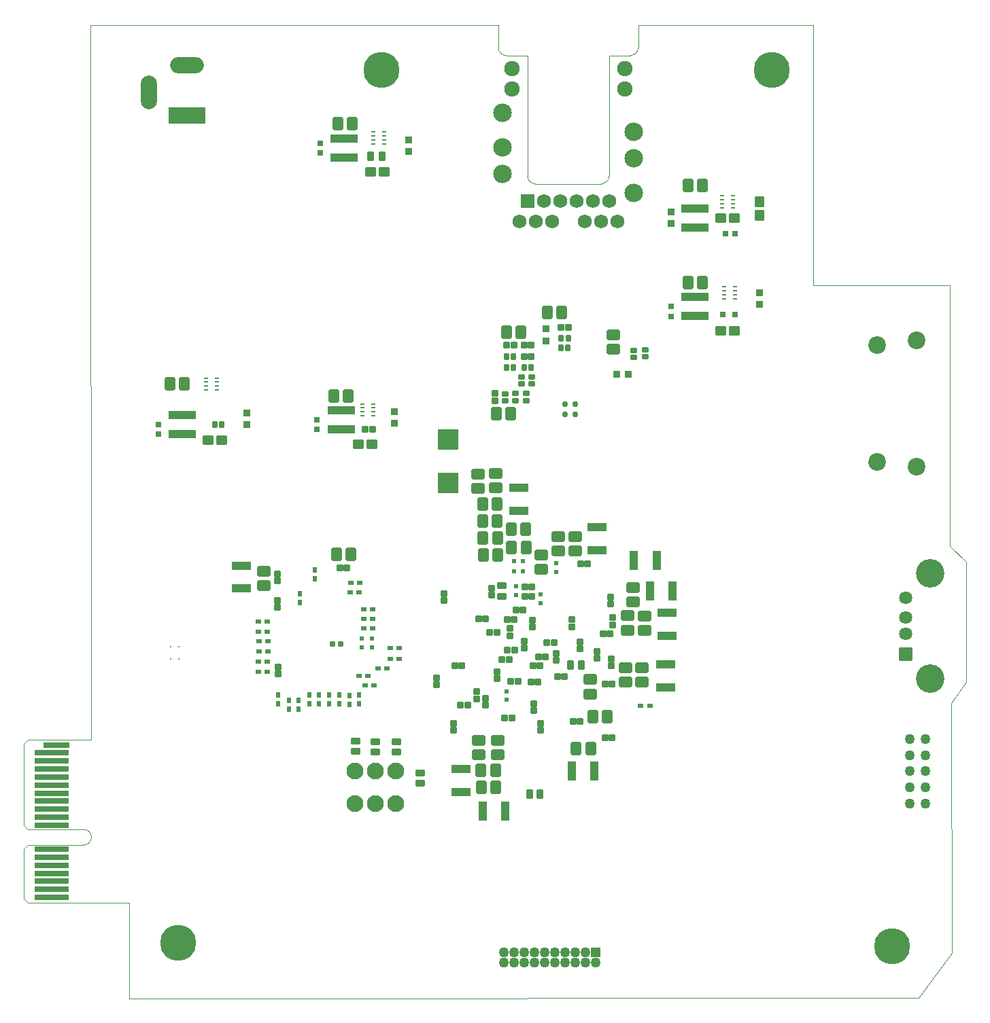
<source format=gbr>
G04 #@! TF.GenerationSoftware,KiCad,Pcbnew,(7.0.0)*
G04 #@! TF.CreationDate,2024-09-24T23:13:17+02:00*
G04 #@! TF.ProjectId,FPGA_dev_board,46504741-5f64-4657-965f-626f6172642e,rev?*
G04 #@! TF.SameCoordinates,Original*
G04 #@! TF.FileFunction,Soldermask,Bot*
G04 #@! TF.FilePolarity,Negative*
%FSLAX46Y46*%
G04 Gerber Fmt 4.6, Leading zero omitted, Abs format (unit mm)*
G04 Created by KiCad (PCBNEW (7.0.0)) date 2024-09-24 23:13:17*
%MOMM*%
%LPD*%
G01*
G04 APERTURE LIST*
G04 Aperture macros list*
%AMRoundRect*
0 Rectangle with rounded corners*
0 $1 Rounding radius*
0 $2 $3 $4 $5 $6 $7 $8 $9 X,Y pos of 4 corners*
0 Add a 4 corners polygon primitive as box body*
4,1,4,$2,$3,$4,$5,$6,$7,$8,$9,$2,$3,0*
0 Add four circle primitives for the rounded corners*
1,1,$1+$1,$2,$3*
1,1,$1+$1,$4,$5*
1,1,$1+$1,$6,$7*
1,1,$1+$1,$8,$9*
0 Add four rect primitives between the rounded corners*
20,1,$1+$1,$2,$3,$4,$5,0*
20,1,$1+$1,$4,$5,$6,$7,0*
20,1,$1+$1,$6,$7,$8,$9,0*
20,1,$1+$1,$8,$9,$2,$3,0*%
G04 Aperture macros list end*
%ADD10C,4.500000*%
%ADD11C,0.300000*%
%ADD12C,0.300020*%
%ADD13C,2.100000*%
%ADD14C,2.310000*%
%ADD15RoundRect,0.102000X0.765000X0.765000X-0.765000X0.765000X-0.765000X-0.765000X0.765000X-0.765000X0*%
%ADD16C,1.734000*%
%ADD17C,1.929000*%
%ADD18C,2.304000*%
%ADD19R,4.600000X2.000000*%
%ADD20O,4.200000X2.000000*%
%ADD21O,2.000000X4.200000*%
%ADD22RoundRect,0.102000X0.530000X0.530000X-0.530000X0.530000X-0.530000X-0.530000X0.530000X-0.530000X0*%
%ADD23C,1.264000*%
%ADD24C,2.199000*%
%ADD25C,1.270000*%
%ADD26RoundRect,0.102000X0.714000X-0.714000X0.714000X0.714000X-0.714000X0.714000X-0.714000X-0.714000X0*%
%ADD27C,1.632000*%
%ADD28C,3.550000*%
%ADD29R,3.200000X0.700000*%
%ADD30R,4.300000X0.700000*%
%ADD31C,0.754000*%
%ADD32RoundRect,0.102000X-0.710000X0.540000X-0.710000X-0.540000X0.710000X-0.540000X0.710000X0.540000X0*%
%ADD33R,0.711200X0.711200*%
%ADD34RoundRect,0.102000X-0.280000X-0.300000X0.280000X-0.300000X0.280000X0.300000X-0.280000X0.300000X0*%
%ADD35R,0.700000X0.600000*%
%ADD36RoundRect,0.102000X0.710000X-0.540000X0.710000X0.540000X-0.710000X0.540000X-0.710000X-0.540000X0*%
%ADD37R,0.508000X0.609600*%
%ADD38RoundRect,0.102000X0.550000X0.500000X-0.550000X0.500000X-0.550000X-0.500000X0.550000X-0.500000X0*%
%ADD39R,0.549999X0.249999*%
%ADD40RoundRect,0.102000X0.300000X-0.280000X0.300000X0.280000X-0.300000X0.280000X-0.300000X-0.280000X0*%
%ADD41R,0.600000X0.700000*%
%ADD42R,2.489200X1.066800*%
%ADD43RoundRect,0.102000X0.540000X0.710000X-0.540000X0.710000X-0.540000X-0.710000X0.540000X-0.710000X0*%
%ADD44R,0.812800X0.863600*%
%ADD45RoundRect,0.102000X0.270000X0.300000X-0.270000X0.300000X-0.270000X-0.300000X0.270000X-0.300000X0*%
%ADD46RoundRect,0.102000X-0.540000X-0.710000X0.540000X-0.710000X0.540000X0.710000X-0.540000X0.710000X0*%
%ADD47RoundRect,0.102000X0.450000X-0.350000X0.450000X0.350000X-0.450000X0.350000X-0.450000X-0.350000X0*%
%ADD48RoundRect,0.102000X0.300000X-0.270000X0.300000X0.270000X-0.300000X0.270000X-0.300000X-0.270000X0*%
%ADD49RoundRect,0.102000X0.280000X0.300000X-0.280000X0.300000X-0.280000X-0.300000X0.280000X-0.300000X0*%
%ADD50R,0.609600X0.508000*%
%ADD51RoundRect,0.102000X-0.237500X-0.250000X0.237500X-0.250000X0.237500X0.250000X-0.237500X0.250000X0*%
%ADD52R,0.965200X0.939800*%
%ADD53R,3.400000X0.980000*%
%ADD54RoundRect,0.102000X-0.300000X0.280000X-0.300000X-0.280000X0.300000X-0.280000X0.300000X0.280000X0*%
%ADD55RoundRect,0.102000X0.245000X0.300000X-0.245000X0.300000X-0.245000X-0.300000X0.245000X-0.300000X0*%
%ADD56R,1.066800X2.489200*%
%ADD57R,0.755599X0.799998*%
%ADD58R,0.939800X0.965200*%
%ADD59RoundRect,0.102000X-0.270000X-0.300000X0.270000X-0.300000X0.270000X0.300000X-0.270000X0.300000X0*%
%ADD60R,2.499995X2.560396*%
%ADD61RoundRect,0.102000X-0.450000X0.350000X-0.450000X-0.350000X0.450000X-0.350000X0.450000X0.350000X0*%
%ADD62RoundRect,0.102000X-0.325000X-0.450000X0.325000X-0.450000X0.325000X0.450000X-0.325000X0.450000X0*%
%ADD63RoundRect,0.102000X0.350000X0.450000X-0.350000X0.450000X-0.350000X-0.450000X0.350000X-0.450000X0*%
%ADD64RoundRect,0.102000X-0.500000X0.550000X-0.500000X-0.550000X0.500000X-0.550000X0.500000X0.550000X0*%
%ADD65RoundRect,0.102000X-0.350000X-0.450000X0.350000X-0.450000X0.350000X0.450000X-0.350000X0.450000X0*%
%ADD66R,0.660400X0.508000*%
G04 #@! TA.AperFunction,Profile*
%ADD67C,0.100000*%
G04 #@! TD*
G04 #@! TA.AperFunction,Profile*
%ADD68C,0.010000*%
G04 #@! TD*
G04 APERTURE END LIST*
D10*
X81640000Y-125240000D03*
D11*
X55420000Y-198590000D03*
D12*
X56420000Y-198590000D03*
X55420000Y-197090000D03*
X56420000Y-197090000D03*
D13*
X78370000Y-212590000D03*
X80910000Y-212590000D03*
X83450000Y-212590000D03*
D14*
X113069000Y-140550000D03*
X113069000Y-132930000D03*
X96759000Y-138130000D03*
X96759000Y-130512000D03*
D15*
X99834000Y-141560000D03*
D16*
X101866000Y-141560000D03*
X103898000Y-141560000D03*
X105930000Y-141560000D03*
X107962000Y-141560000D03*
X109994000Y-141560000D03*
X98818000Y-144100000D03*
X100850000Y-144100000D03*
X102882000Y-144100000D03*
X106946000Y-144100000D03*
X108978000Y-144100000D03*
X111010000Y-144100000D03*
D17*
X97889000Y-127590000D03*
X97889000Y-125050000D03*
X111939000Y-127590000D03*
X111939000Y-125050000D03*
D18*
X113069000Y-136230000D03*
X96759000Y-134830000D03*
D19*
X57459999Y-130879999D03*
D20*
X57459999Y-124579999D03*
D21*
X52659999Y-127979999D03*
D10*
X56360000Y-233980000D03*
D22*
X108280000Y-235230000D03*
D23*
X108280000Y-236500000D03*
X107010000Y-235230000D03*
X107010000Y-236500000D03*
X105740000Y-235230000D03*
X105740000Y-236500000D03*
X104470000Y-235230000D03*
X104470000Y-236500000D03*
X103200000Y-235230000D03*
X103200000Y-236500000D03*
X101930000Y-235230000D03*
X101930000Y-236500000D03*
X100660000Y-235230000D03*
X100660000Y-236500000D03*
X99390000Y-235230000D03*
X99390000Y-236500000D03*
X98120000Y-235230000D03*
X98120000Y-236500000D03*
X96850000Y-235230000D03*
X96850000Y-236500000D03*
D24*
X143370000Y-174020000D03*
X143370000Y-159520000D03*
X148320000Y-174620000D03*
X148320000Y-158920000D03*
D25*
X149400000Y-216620000D03*
X149400000Y-214620001D03*
X149400000Y-212620000D03*
X149400000Y-210619999D03*
X149400000Y-208620001D03*
X147399999Y-216620000D03*
X147399999Y-214620001D03*
X147399999Y-212620000D03*
X147399999Y-210619999D03*
X147399999Y-208620001D03*
D10*
X145270000Y-234470000D03*
D26*
X146970000Y-197980000D03*
D27*
X146970000Y-195480000D03*
X146970000Y-193480000D03*
X146970000Y-190980000D03*
D28*
X149970000Y-201050000D03*
X149970000Y-187910000D03*
D13*
X78370000Y-216680000D03*
X80910000Y-216680000D03*
X83450000Y-216680000D03*
D10*
X130270000Y-125210000D03*
D29*
X41139999Y-209339999D03*
D30*
X40589999Y-210339999D03*
X40589999Y-211339999D03*
X40589999Y-212339999D03*
X40589999Y-213339999D03*
X40589999Y-214339999D03*
X40589999Y-215339999D03*
X40589999Y-216339999D03*
X40589999Y-217339999D03*
X40589999Y-218339999D03*
X40589999Y-219339999D03*
X40589999Y-222339999D03*
X40589999Y-223339999D03*
X40589999Y-224339999D03*
X40589999Y-225339999D03*
X40589999Y-226339999D03*
X40589999Y-227339999D03*
X40589999Y-228339999D03*
D31*
X105795000Y-166885000D03*
X105795000Y-168135000D03*
X104545000Y-166885000D03*
X104545000Y-168135000D03*
D32*
X113010000Y-189705000D03*
X113010000Y-191495000D03*
D33*
X53869999Y-170568799D03*
X53869999Y-169374999D03*
D34*
X101195000Y-198330000D03*
X102065000Y-198330000D03*
D35*
X83869999Y-197269999D03*
X82769999Y-197269999D03*
D34*
X96665000Y-198730000D03*
X97535000Y-198730000D03*
D36*
X112280000Y-195025000D03*
X112280000Y-193235000D03*
D37*
X79189999Y-196063899D03*
X79189999Y-197156099D03*
D38*
X80489998Y-171830002D03*
X78789998Y-171830002D03*
D39*
X61174999Y-163609998D03*
X61174999Y-164109997D03*
X61174999Y-164609999D03*
X61174999Y-165109997D03*
X59824999Y-165109997D03*
X59824999Y-164609999D03*
X59824999Y-164109997D03*
X59824999Y-163609998D03*
D40*
X101470000Y-207515000D03*
X101470000Y-206645000D03*
D41*
X75169999Y-204219999D03*
X75169999Y-203119999D03*
D40*
X108510000Y-198535000D03*
X108510000Y-197665000D03*
D42*
X91529999Y-215202399D03*
X91529999Y-212357599D03*
D36*
X112020000Y-201535000D03*
X112020000Y-199745000D03*
D43*
X95845000Y-212540000D03*
X94055000Y-212540000D03*
D44*
X117709999Y-144348899D03*
X117709999Y-142901099D03*
D36*
X95840000Y-177315000D03*
X95840000Y-175525000D03*
D45*
X98119000Y-160915000D03*
X97255000Y-160915000D03*
D41*
X72649999Y-204209999D03*
X72649999Y-203109999D03*
D39*
X125709999Y-152214000D03*
X125709999Y-152713999D03*
X125709999Y-153214001D03*
X125709999Y-153713999D03*
X124359999Y-153713999D03*
X124359999Y-153214001D03*
X124359999Y-152713999D03*
X124359999Y-152214000D03*
D46*
X102290000Y-155435000D03*
X104080000Y-155435000D03*
D47*
X78410000Y-210170000D03*
X78410000Y-208870000D03*
D43*
X95855000Y-214650000D03*
X94065000Y-214650000D03*
D48*
X98355000Y-166407000D03*
X98355000Y-165543000D03*
D35*
X78899999Y-189099999D03*
X77799999Y-189099999D03*
X78879999Y-190309999D03*
X77779999Y-190309999D03*
D48*
X113072198Y-160999000D03*
X113072198Y-160135000D03*
D36*
X110522198Y-159982000D03*
X110522198Y-158192000D03*
D49*
X100355000Y-190850000D03*
X99485000Y-190850000D03*
X104445000Y-200800000D03*
X103575000Y-200800000D03*
D48*
X99645000Y-166407000D03*
X99645000Y-165543000D03*
D33*
X125709999Y-145624999D03*
X124516199Y-145624999D03*
D43*
X78000000Y-131925000D03*
X76210000Y-131925000D03*
D50*
X99296099Y-187669999D03*
X98203899Y-187669999D03*
D43*
X107695000Y-209790000D03*
X105905000Y-209790000D03*
D48*
X114522198Y-160951000D03*
X114522198Y-160087000D03*
D49*
X96015000Y-195310000D03*
X95145000Y-195310000D03*
D51*
X75548000Y-196740000D03*
X76572000Y-196740000D03*
D48*
X97075000Y-166417000D03*
X97075000Y-165553000D03*
D34*
X97015000Y-206020000D03*
X97885000Y-206020000D03*
X79654998Y-170010002D03*
X80524998Y-170010002D03*
D44*
X84999999Y-135372799D03*
X84999999Y-133924999D03*
D41*
X73329999Y-187509999D03*
X73329999Y-188609999D03*
D36*
X103680000Y-185165000D03*
X103680000Y-183375000D03*
D52*
X110909297Y-163134999D03*
X112407897Y-163134999D03*
D43*
X96085000Y-179280000D03*
X94295000Y-179280000D03*
D49*
X100355000Y-189630000D03*
X99485000Y-189630000D03*
D46*
X97805000Y-182420000D03*
X99595000Y-182420000D03*
D53*
X56869999Y-168189999D03*
X56869999Y-170559999D03*
D39*
X125384999Y-140874998D03*
X125384999Y-141374997D03*
X125384999Y-141874999D03*
X125384999Y-142374997D03*
X124034999Y-142374997D03*
X124034999Y-141874999D03*
X124034999Y-141374997D03*
X124034999Y-140874998D03*
D35*
X66369999Y-196409999D03*
X67469999Y-196409999D03*
D40*
X96010000Y-201085000D03*
X96010000Y-200215000D03*
D34*
X90785000Y-199420000D03*
X91655000Y-199420000D03*
D35*
X80529999Y-192439999D03*
X79429999Y-192439999D03*
D40*
X100650000Y-205035000D03*
X100650000Y-204165000D03*
D54*
X105390000Y-193735000D03*
X105390000Y-194605000D03*
D43*
X121605000Y-139625000D03*
X119815000Y-139625000D03*
D36*
X96150000Y-210595000D03*
X96150000Y-208805000D03*
D41*
X71349999Y-204889999D03*
X71349999Y-203789999D03*
D38*
X125560000Y-157714000D03*
X123860000Y-157714000D03*
D53*
X76999999Y-133739999D03*
X76999999Y-136109999D03*
X76639997Y-167645001D03*
X76639997Y-170015001D03*
D41*
X71479999Y-190489999D03*
X71479999Y-191589999D03*
D55*
X61784000Y-169375000D03*
X60870000Y-169375000D03*
D32*
X93720000Y-208755000D03*
X93720000Y-210545000D03*
D49*
X98645000Y-201440000D03*
X97775000Y-201440000D03*
D43*
X77534998Y-165830002D03*
X75744998Y-165830002D03*
D56*
X97072399Y-217569999D03*
X94227599Y-217569999D03*
D54*
X68680000Y-191335000D03*
X68680000Y-192205000D03*
D36*
X66980000Y-189475000D03*
X66980000Y-187685000D03*
D42*
X117209999Y-195712399D03*
X117209999Y-192867599D03*
X64219999Y-189822399D03*
X64219999Y-186977599D03*
D35*
X80539999Y-194839999D03*
X79439999Y-194839999D03*
D36*
X107650000Y-202985000D03*
X107650000Y-201195000D03*
D34*
X102255000Y-196590000D03*
X103125000Y-196590000D03*
D40*
X88550000Y-201865000D03*
X88550000Y-200995000D03*
D56*
X113087599Y-186349999D03*
X115932399Y-186349999D03*
D49*
X106385000Y-206430000D03*
X105515000Y-206430000D03*
D35*
X82359999Y-199759999D03*
X81259999Y-199759999D03*
D36*
X114380000Y-195055000D03*
X114380000Y-193265000D03*
D35*
X83849999Y-198609999D03*
X82749999Y-198609999D03*
D41*
X73899999Y-204209999D03*
X73899999Y-203109999D03*
D36*
X93690000Y-177335000D03*
X93690000Y-175545000D03*
D57*
X124138608Y-155713999D03*
X125694206Y-155713999D03*
D36*
X114110000Y-201535000D03*
X114110000Y-199745000D03*
D41*
X70129999Y-204889999D03*
X70129999Y-203789999D03*
D58*
X102174999Y-157485699D03*
X102174999Y-158984299D03*
D47*
X83500000Y-210230000D03*
X83500000Y-208930000D03*
D35*
X66339999Y-200199999D03*
X67439999Y-200199999D03*
D49*
X77355000Y-187240000D03*
X76485000Y-187240000D03*
D48*
X99065000Y-164357000D03*
X99065000Y-163493000D03*
D43*
X77835000Y-185570000D03*
X76045000Y-185570000D03*
D41*
X68789999Y-204189999D03*
X68789999Y-203089999D03*
D43*
X57095000Y-164360000D03*
X55305000Y-164360000D03*
D37*
X80469999Y-196063899D03*
X80469999Y-197156099D03*
D40*
X93500000Y-203575000D03*
X93500000Y-202705000D03*
D56*
X108182399Y-212569999D03*
X105337599Y-212569999D03*
D34*
X97285000Y-193700000D03*
X98155000Y-193700000D03*
X99437000Y-160925000D03*
X100307000Y-160925000D03*
D40*
X68680000Y-188905000D03*
X68680000Y-188035000D03*
D43*
X97760000Y-168075000D03*
X95970000Y-168075000D03*
D59*
X99455000Y-162305000D03*
X100319000Y-162305000D03*
D43*
X99655000Y-184690000D03*
X97865000Y-184690000D03*
D33*
X117709999Y-155907799D03*
X117709999Y-154713999D03*
D39*
X81999999Y-132924998D03*
X81999999Y-133424997D03*
X81999999Y-133924999D03*
X81999999Y-134424997D03*
X80649999Y-134424997D03*
X80649999Y-133924999D03*
X80649999Y-133424997D03*
X80649999Y-132924998D03*
D41*
X76399999Y-204229999D03*
X76399999Y-203129999D03*
D54*
X94600000Y-203535000D03*
X94600000Y-204405000D03*
X99400000Y-196395000D03*
X99400000Y-197265000D03*
D49*
X98225000Y-197500000D03*
X97355000Y-197500000D03*
D43*
X96095000Y-183520000D03*
X94305000Y-183520000D03*
D40*
X110450000Y-194345000D03*
X110450000Y-193475000D03*
D60*
X89939999Y-176652193D03*
X89939999Y-171307805D03*
D37*
X97189999Y-203736099D03*
X97189999Y-202643899D03*
D34*
X100295000Y-201510000D03*
X101165000Y-201510000D03*
D44*
X64869999Y-169374999D03*
X64869999Y-167927199D03*
D43*
X109795000Y-205840000D03*
X108005000Y-205840000D03*
D61*
X96650000Y-189510000D03*
X96650000Y-190810000D03*
D35*
X80539999Y-193629999D03*
X79439999Y-193629999D03*
D40*
X68770000Y-200515000D03*
X68770000Y-199645000D03*
D36*
X101570000Y-187435000D03*
X101570000Y-185645000D03*
D37*
X98419999Y-190656099D03*
X98419999Y-189563899D03*
D33*
X73639997Y-170023801D03*
X73639997Y-168830001D03*
D40*
X95785000Y-166410000D03*
X95785000Y-165540000D03*
D43*
X96085000Y-181400000D03*
X94295000Y-181400000D03*
D37*
X101439999Y-191646099D03*
X101439999Y-190553899D03*
D38*
X61720000Y-171375000D03*
X60020000Y-171375000D03*
D49*
X94635000Y-193600000D03*
X93765000Y-193600000D03*
D36*
X105750000Y-185155000D03*
X105750000Y-183365000D03*
D40*
X89450000Y-191375000D03*
X89450000Y-190505000D03*
D42*
X108449999Y-185072399D03*
X108449999Y-182227599D03*
D45*
X98119000Y-162335000D03*
X97255000Y-162335000D03*
D62*
X80275000Y-135925000D03*
X81725000Y-135925000D03*
D61*
X86450000Y-212800000D03*
X86450000Y-214100000D03*
D34*
X100495000Y-199490000D03*
X101365000Y-199490000D03*
D40*
X90640000Y-207505000D03*
X90640000Y-206635000D03*
D63*
X101370000Y-215490000D03*
X100070000Y-215490000D03*
D64*
X128710000Y-141625000D03*
X128710000Y-143325000D03*
D33*
X73999999Y-135521899D03*
X73999999Y-134328099D03*
D35*
X66349999Y-198939999D03*
X67449999Y-198939999D03*
D65*
X105210000Y-199340000D03*
X106510000Y-199340000D03*
D34*
X98415000Y-192510000D03*
X99285000Y-192510000D03*
D35*
X66359999Y-195199999D03*
X67459999Y-195199999D03*
D43*
X99022000Y-157885000D03*
X97232000Y-157885000D03*
D40*
X100440000Y-194665000D03*
X100440000Y-193795000D03*
D49*
X98137000Y-159535000D03*
X97267000Y-159535000D03*
D37*
X103399999Y-187776099D03*
X103399999Y-186683899D03*
D66*
X113951199Y-204459999D03*
X115068799Y-204459999D03*
D54*
X103400000Y-197905000D03*
X103400000Y-198775000D03*
D59*
X104018000Y-159840000D03*
X104882000Y-159840000D03*
D38*
X82000000Y-137925000D03*
X80300000Y-137925000D03*
D50*
X99286099Y-186389999D03*
X98193899Y-186389999D03*
D34*
X104041616Y-157275000D03*
X104911616Y-157275000D03*
D40*
X110200000Y-191795000D03*
X110200000Y-190925000D03*
D42*
X98729999Y-180152399D03*
X98729999Y-177307599D03*
D35*
X66359999Y-193929999D03*
X67459999Y-193929999D03*
X80709999Y-201929999D03*
X79609999Y-201929999D03*
D39*
X80639997Y-166830000D03*
X80639997Y-167329999D03*
X80639997Y-167830001D03*
X80639997Y-168329999D03*
X79289997Y-168329999D03*
X79289997Y-167830001D03*
X79289997Y-167329999D03*
X79289997Y-166830000D03*
D49*
X107315000Y-186790000D03*
X106445000Y-186790000D03*
D44*
X83259997Y-169203901D03*
X83259997Y-167756101D03*
D47*
X80870000Y-210210000D03*
X80870000Y-208910000D03*
D43*
X121605000Y-151714000D03*
X119815000Y-151714000D03*
D48*
X100325000Y-164367000D03*
X100325000Y-163503000D03*
D49*
X110355000Y-208410000D03*
X109485000Y-208410000D03*
D41*
X78859999Y-204239999D03*
X78859999Y-203139999D03*
X77629999Y-204249999D03*
X77629999Y-203149999D03*
D35*
X66369999Y-197679999D03*
X67469999Y-197679999D03*
D54*
X110270000Y-198575000D03*
X110270000Y-199445000D03*
D49*
X110095000Y-195490000D03*
X109225000Y-195490000D03*
D43*
X96115000Y-185670000D03*
X94325000Y-185670000D03*
D53*
X120709999Y-153528999D03*
X120709999Y-155898999D03*
D35*
X79939999Y-200749999D03*
X78839999Y-200749999D03*
D34*
X109485000Y-201780000D03*
X110355000Y-201780000D03*
D59*
X104033000Y-158625000D03*
X104897000Y-158625000D03*
D49*
X92365000Y-204400000D03*
X91495000Y-204400000D03*
D40*
X95350000Y-190685000D03*
X95350000Y-189815000D03*
D53*
X120709999Y-142439999D03*
X120709999Y-144809999D03*
D38*
X125560000Y-143625000D03*
X123860000Y-143625000D03*
D34*
X99437000Y-159535000D03*
X100307000Y-159535000D03*
D56*
X115077599Y-190159999D03*
X117922399Y-190159999D03*
D54*
X106340000Y-196475000D03*
X106340000Y-197345000D03*
D40*
X97640000Y-195705000D03*
X97640000Y-194835000D03*
D44*
X128709999Y-154437899D03*
X128709999Y-152990099D03*
D42*
X117039999Y-202142399D03*
X117039999Y-199297599D03*
D67*
X152700000Y-235280000D02*
X152630000Y-204100000D01*
X96204000Y-119620000D02*
X45860000Y-119590000D01*
X45540000Y-228990000D02*
X50225000Y-228990000D01*
X135440000Y-119660000D02*
X135410000Y-152050000D01*
X135440000Y-119660000D02*
X113624000Y-119620000D01*
X50225000Y-228990000D02*
X50225000Y-240910000D01*
X45540000Y-208690000D02*
X45400000Y-119590000D01*
X154470000Y-186520000D02*
X152470000Y-184520000D01*
X152700000Y-235280000D02*
X148580000Y-240850000D01*
X135410000Y-152050000D02*
X152350000Y-152040000D01*
X152630000Y-204100000D02*
X154470000Y-201520000D01*
X148580000Y-240850000D02*
X50225000Y-240910000D01*
X45400000Y-119590000D02*
X45860000Y-119590000D01*
X152470000Y-184520000D02*
X152450000Y-152170000D01*
X152450000Y-152040000D02*
X152450000Y-152170000D01*
X152350000Y-152040000D02*
X152450000Y-152040000D01*
X154470000Y-201520000D02*
X154470000Y-186520000D01*
D68*
X113624000Y-119620000D02*
X113624000Y-122410000D01*
X112634000Y-123400000D02*
X109994000Y-123400000D01*
X109994000Y-123400000D02*
X109994000Y-138410000D01*
X109004000Y-139400000D02*
X100824000Y-139400000D01*
X99834000Y-138410000D02*
X99834000Y-123400000D01*
X99834000Y-123400000D02*
X97194000Y-123400000D01*
X96204000Y-122410000D02*
X96204000Y-119620000D01*
X112634000Y-123400000D02*
G75*
G03*
X113624000Y-122410000I1J989999D01*
G01*
X109004000Y-139400000D02*
G75*
G03*
X109994000Y-138410000I1J989999D01*
G01*
X99834000Y-138410000D02*
G75*
G03*
X100824000Y-139400000I990000J0D01*
G01*
X96204000Y-122410000D02*
G75*
G03*
X97194000Y-123400000I990000J0D01*
G01*
D67*
X45540000Y-208690000D02*
X37640000Y-208690000D01*
X37640000Y-208690000D02*
X37140000Y-209190000D01*
X37140000Y-209190000D02*
X37140000Y-219390000D01*
X44590000Y-219890000D02*
X37640000Y-219890000D01*
X37640000Y-219890000D02*
X37140000Y-219390000D01*
X44590000Y-221790000D02*
X37640000Y-221790000D01*
X37640000Y-221790000D02*
X37140000Y-222290000D01*
X37140000Y-222290000D02*
X37140000Y-228490000D01*
X45540000Y-228990000D02*
X37640000Y-228990000D01*
X37640000Y-228990000D02*
X37140000Y-228490000D01*
X44590000Y-221790000D02*
G75*
G03*
X44590000Y-219890000I0J950000D01*
G01*
M02*

</source>
